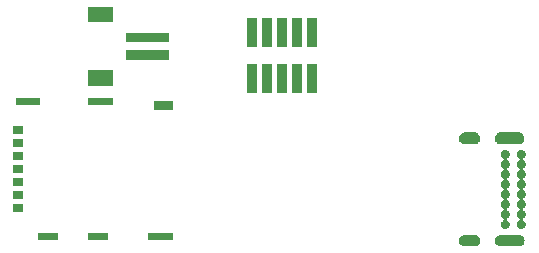
<source format=gbr>
G04 #@! TF.GenerationSoftware,KiCad,Pcbnew,(5.1.5)-3*
G04 #@! TF.CreationDate,2020-04-03T19:02:15-07:00*
G04 #@! TF.ProjectId,ShadowRunner,53686164-6f77-4527-956e-6e65722e6b69,rev?*
G04 #@! TF.SameCoordinates,Original*
G04 #@! TF.FileFunction,Soldermask,Bot*
G04 #@! TF.FilePolarity,Negative*
%FSLAX46Y46*%
G04 Gerber Fmt 4.6, Leading zero omitted, Abs format (unit mm)*
G04 Created by KiCad (PCBNEW (5.1.5)-3) date 2020-04-03 19:02:15*
%MOMM*%
%LPD*%
G04 APERTURE LIST*
%ADD10C,0.100000*%
G04 APERTURE END LIST*
D10*
G36*
X155275713Y-131356249D02*
G01*
X155370152Y-131384897D01*
X155457187Y-131431418D01*
X155533475Y-131494025D01*
X155596082Y-131570313D01*
X155642603Y-131657348D01*
X155671251Y-131751787D01*
X155680924Y-131850000D01*
X155671251Y-131948213D01*
X155642603Y-132042652D01*
X155596082Y-132129687D01*
X155533475Y-132205975D01*
X155457187Y-132268582D01*
X155370152Y-132315103D01*
X155275713Y-132343751D01*
X155202112Y-132351000D01*
X153652888Y-132351000D01*
X153579287Y-132343751D01*
X153484848Y-132315103D01*
X153397813Y-132268582D01*
X153321525Y-132205975D01*
X153258918Y-132129687D01*
X153212397Y-132042652D01*
X153183749Y-131948213D01*
X153174076Y-131850000D01*
X153183749Y-131751787D01*
X153212397Y-131657348D01*
X153258918Y-131570313D01*
X153321525Y-131494025D01*
X153397813Y-131431418D01*
X153484848Y-131384897D01*
X153579287Y-131356249D01*
X153652888Y-131349000D01*
X155202112Y-131349000D01*
X155275713Y-131356249D01*
G37*
G36*
X151520713Y-131356249D02*
G01*
X151615152Y-131384897D01*
X151702187Y-131431418D01*
X151778475Y-131494025D01*
X151841082Y-131570313D01*
X151887603Y-131657348D01*
X151916251Y-131751787D01*
X151925924Y-131850000D01*
X151916251Y-131948213D01*
X151887603Y-132042652D01*
X151841082Y-132129687D01*
X151778475Y-132205975D01*
X151702187Y-132268582D01*
X151615152Y-132315103D01*
X151520713Y-132343751D01*
X151447112Y-132351000D01*
X150597888Y-132351000D01*
X150524287Y-132343751D01*
X150429848Y-132315103D01*
X150342813Y-132268582D01*
X150266525Y-132205975D01*
X150203918Y-132129687D01*
X150157397Y-132042652D01*
X150128749Y-131948213D01*
X150119076Y-131850000D01*
X150128749Y-131751787D01*
X150157397Y-131657348D01*
X150203918Y-131570313D01*
X150266525Y-131494025D01*
X150342813Y-131431418D01*
X150429848Y-131384897D01*
X150524287Y-131356249D01*
X150597888Y-131349000D01*
X151447112Y-131349000D01*
X151520713Y-131356249D01*
G37*
G36*
X120411000Y-131791000D02*
G01*
X118709000Y-131791000D01*
X118709000Y-131189000D01*
X120411000Y-131189000D01*
X120411000Y-131791000D01*
G37*
G36*
X125911000Y-131791000D02*
G01*
X123809000Y-131791000D01*
X123809000Y-131189000D01*
X125911000Y-131189000D01*
X125911000Y-131791000D01*
G37*
G36*
X116211000Y-131791000D02*
G01*
X114509000Y-131791000D01*
X114509000Y-131189000D01*
X116211000Y-131189000D01*
X116211000Y-131791000D01*
G37*
G36*
X155512172Y-124175949D02*
G01*
X155512174Y-124175950D01*
X155512175Y-124175950D01*
X155580603Y-124204293D01*
X155642186Y-124245442D01*
X155694558Y-124297814D01*
X155735707Y-124359397D01*
X155764050Y-124427825D01*
X155778500Y-124500467D01*
X155778500Y-124574533D01*
X155764050Y-124647175D01*
X155735707Y-124715603D01*
X155694558Y-124777186D01*
X155642186Y-124829558D01*
X155598763Y-124858573D01*
X155579828Y-124874112D01*
X155564283Y-124893054D01*
X155552732Y-124914665D01*
X155545619Y-124938114D01*
X155543217Y-124962500D01*
X155545619Y-124986886D01*
X155552732Y-125010335D01*
X155564283Y-125031946D01*
X155579828Y-125050888D01*
X155598763Y-125066427D01*
X155642186Y-125095442D01*
X155694558Y-125147814D01*
X155735707Y-125209397D01*
X155764050Y-125277825D01*
X155778500Y-125350467D01*
X155778500Y-125424533D01*
X155764050Y-125497175D01*
X155735707Y-125565603D01*
X155694558Y-125627186D01*
X155642186Y-125679558D01*
X155598763Y-125708573D01*
X155579828Y-125724112D01*
X155564283Y-125743054D01*
X155552732Y-125764665D01*
X155545619Y-125788114D01*
X155543217Y-125812500D01*
X155545619Y-125836886D01*
X155552732Y-125860335D01*
X155564283Y-125881946D01*
X155579828Y-125900888D01*
X155598763Y-125916427D01*
X155642186Y-125945442D01*
X155694558Y-125997814D01*
X155735707Y-126059397D01*
X155764050Y-126127825D01*
X155778500Y-126200467D01*
X155778500Y-126274533D01*
X155764050Y-126347175D01*
X155735707Y-126415603D01*
X155694558Y-126477186D01*
X155642186Y-126529558D01*
X155598763Y-126558573D01*
X155579828Y-126574112D01*
X155564283Y-126593054D01*
X155552732Y-126614665D01*
X155545619Y-126638114D01*
X155543217Y-126662500D01*
X155545619Y-126686886D01*
X155552732Y-126710335D01*
X155564283Y-126731946D01*
X155579828Y-126750888D01*
X155598763Y-126766427D01*
X155642186Y-126795442D01*
X155694558Y-126847814D01*
X155735707Y-126909397D01*
X155764050Y-126977825D01*
X155778500Y-127050467D01*
X155778500Y-127124533D01*
X155764050Y-127197175D01*
X155735707Y-127265603D01*
X155694558Y-127327186D01*
X155642186Y-127379558D01*
X155598763Y-127408573D01*
X155579828Y-127424112D01*
X155564283Y-127443054D01*
X155552732Y-127464665D01*
X155545619Y-127488114D01*
X155543217Y-127512500D01*
X155545619Y-127536886D01*
X155552732Y-127560335D01*
X155564283Y-127581946D01*
X155579828Y-127600888D01*
X155598763Y-127616427D01*
X155642186Y-127645442D01*
X155694558Y-127697814D01*
X155735707Y-127759397D01*
X155764050Y-127827825D01*
X155778500Y-127900467D01*
X155778500Y-127974533D01*
X155764050Y-128047175D01*
X155735707Y-128115603D01*
X155694558Y-128177186D01*
X155642186Y-128229558D01*
X155598763Y-128258573D01*
X155579828Y-128274112D01*
X155564283Y-128293054D01*
X155552732Y-128314665D01*
X155545619Y-128338114D01*
X155543217Y-128362500D01*
X155545619Y-128386886D01*
X155552732Y-128410335D01*
X155564283Y-128431946D01*
X155579828Y-128450888D01*
X155598763Y-128466427D01*
X155642186Y-128495442D01*
X155694558Y-128547814D01*
X155735707Y-128609397D01*
X155764050Y-128677825D01*
X155778500Y-128750467D01*
X155778500Y-128824533D01*
X155764050Y-128897175D01*
X155735707Y-128965603D01*
X155694558Y-129027186D01*
X155642186Y-129079558D01*
X155598763Y-129108573D01*
X155579828Y-129124112D01*
X155564283Y-129143054D01*
X155552732Y-129164665D01*
X155545619Y-129188114D01*
X155543217Y-129212500D01*
X155545619Y-129236886D01*
X155552732Y-129260335D01*
X155564283Y-129281946D01*
X155579828Y-129300888D01*
X155598763Y-129316427D01*
X155642186Y-129345442D01*
X155694558Y-129397814D01*
X155735707Y-129459397D01*
X155764050Y-129527825D01*
X155778500Y-129600467D01*
X155778500Y-129674533D01*
X155764050Y-129747175D01*
X155735707Y-129815603D01*
X155694558Y-129877186D01*
X155642186Y-129929558D01*
X155598763Y-129958573D01*
X155579828Y-129974112D01*
X155564283Y-129993054D01*
X155552732Y-130014665D01*
X155545619Y-130038114D01*
X155543217Y-130062500D01*
X155545619Y-130086886D01*
X155552732Y-130110335D01*
X155564283Y-130131946D01*
X155579828Y-130150888D01*
X155598763Y-130166427D01*
X155642186Y-130195442D01*
X155694558Y-130247814D01*
X155735707Y-130309397D01*
X155764050Y-130377825D01*
X155778500Y-130450467D01*
X155778500Y-130524533D01*
X155764050Y-130597175D01*
X155735707Y-130665603D01*
X155694558Y-130727186D01*
X155642186Y-130779558D01*
X155580603Y-130820707D01*
X155512175Y-130849050D01*
X155512174Y-130849050D01*
X155512172Y-130849051D01*
X155439534Y-130863500D01*
X155365466Y-130863500D01*
X155292828Y-130849051D01*
X155292826Y-130849050D01*
X155292825Y-130849050D01*
X155224397Y-130820707D01*
X155162814Y-130779558D01*
X155110442Y-130727186D01*
X155069293Y-130665603D01*
X155040950Y-130597175D01*
X155026500Y-130524533D01*
X155026500Y-130450467D01*
X155040950Y-130377825D01*
X155069293Y-130309397D01*
X155110442Y-130247814D01*
X155162814Y-130195442D01*
X155206237Y-130166427D01*
X155225172Y-130150888D01*
X155240717Y-130131946D01*
X155252268Y-130110335D01*
X155259381Y-130086886D01*
X155261783Y-130062500D01*
X155259381Y-130038114D01*
X155252268Y-130014665D01*
X155240717Y-129993054D01*
X155225172Y-129974112D01*
X155206237Y-129958573D01*
X155162814Y-129929558D01*
X155110442Y-129877186D01*
X155069293Y-129815603D01*
X155040950Y-129747175D01*
X155026500Y-129674533D01*
X155026500Y-129600467D01*
X155040950Y-129527825D01*
X155069293Y-129459397D01*
X155110442Y-129397814D01*
X155162814Y-129345442D01*
X155206237Y-129316427D01*
X155225172Y-129300888D01*
X155240717Y-129281946D01*
X155252268Y-129260335D01*
X155259381Y-129236886D01*
X155261783Y-129212500D01*
X155259381Y-129188114D01*
X155252268Y-129164665D01*
X155240717Y-129143054D01*
X155225172Y-129124112D01*
X155206237Y-129108573D01*
X155162814Y-129079558D01*
X155110442Y-129027186D01*
X155069293Y-128965603D01*
X155040950Y-128897175D01*
X155026500Y-128824533D01*
X155026500Y-128750467D01*
X155040950Y-128677825D01*
X155069293Y-128609397D01*
X155110442Y-128547814D01*
X155162814Y-128495442D01*
X155206237Y-128466427D01*
X155225172Y-128450888D01*
X155240717Y-128431946D01*
X155252268Y-128410335D01*
X155259381Y-128386886D01*
X155261783Y-128362500D01*
X155259381Y-128338114D01*
X155252268Y-128314665D01*
X155240717Y-128293054D01*
X155225172Y-128274112D01*
X155206237Y-128258573D01*
X155162814Y-128229558D01*
X155110442Y-128177186D01*
X155069293Y-128115603D01*
X155040950Y-128047175D01*
X155026500Y-127974533D01*
X155026500Y-127900467D01*
X155040950Y-127827825D01*
X155069293Y-127759397D01*
X155110442Y-127697814D01*
X155162814Y-127645442D01*
X155206237Y-127616427D01*
X155225172Y-127600888D01*
X155240717Y-127581946D01*
X155252268Y-127560335D01*
X155259381Y-127536886D01*
X155261783Y-127512500D01*
X155259381Y-127488114D01*
X155252268Y-127464665D01*
X155240717Y-127443054D01*
X155225172Y-127424112D01*
X155206237Y-127408573D01*
X155162814Y-127379558D01*
X155110442Y-127327186D01*
X155069293Y-127265603D01*
X155040950Y-127197175D01*
X155026500Y-127124533D01*
X155026500Y-127050467D01*
X155040950Y-126977825D01*
X155069293Y-126909397D01*
X155110442Y-126847814D01*
X155162814Y-126795442D01*
X155206237Y-126766427D01*
X155225172Y-126750888D01*
X155240717Y-126731946D01*
X155252268Y-126710335D01*
X155259381Y-126686886D01*
X155261783Y-126662500D01*
X155259381Y-126638114D01*
X155252268Y-126614665D01*
X155240717Y-126593054D01*
X155225172Y-126574112D01*
X155206237Y-126558573D01*
X155162814Y-126529558D01*
X155110442Y-126477186D01*
X155069293Y-126415603D01*
X155040950Y-126347175D01*
X155026500Y-126274533D01*
X155026500Y-126200467D01*
X155040950Y-126127825D01*
X155069293Y-126059397D01*
X155110442Y-125997814D01*
X155162814Y-125945442D01*
X155206237Y-125916427D01*
X155225172Y-125900888D01*
X155240717Y-125881946D01*
X155252268Y-125860335D01*
X155259381Y-125836886D01*
X155261783Y-125812500D01*
X155259381Y-125788114D01*
X155252268Y-125764665D01*
X155240717Y-125743054D01*
X155225172Y-125724112D01*
X155206237Y-125708573D01*
X155162814Y-125679558D01*
X155110442Y-125627186D01*
X155069293Y-125565603D01*
X155040950Y-125497175D01*
X155026500Y-125424533D01*
X155026500Y-125350467D01*
X155040950Y-125277825D01*
X155069293Y-125209397D01*
X155110442Y-125147814D01*
X155162814Y-125095442D01*
X155206237Y-125066427D01*
X155225172Y-125050888D01*
X155240717Y-125031946D01*
X155252268Y-125010335D01*
X155259381Y-124986886D01*
X155261783Y-124962500D01*
X155259381Y-124938114D01*
X155252268Y-124914665D01*
X155240717Y-124893054D01*
X155225172Y-124874112D01*
X155206237Y-124858573D01*
X155162814Y-124829558D01*
X155110442Y-124777186D01*
X155069293Y-124715603D01*
X155040950Y-124647175D01*
X155026500Y-124574533D01*
X155026500Y-124500467D01*
X155040950Y-124427825D01*
X155069293Y-124359397D01*
X155110442Y-124297814D01*
X155162814Y-124245442D01*
X155224397Y-124204293D01*
X155292825Y-124175950D01*
X155292826Y-124175950D01*
X155292828Y-124175949D01*
X155365466Y-124161500D01*
X155439534Y-124161500D01*
X155512172Y-124175949D01*
G37*
G36*
X154162172Y-124175949D02*
G01*
X154162174Y-124175950D01*
X154162175Y-124175950D01*
X154230603Y-124204293D01*
X154292186Y-124245442D01*
X154344558Y-124297814D01*
X154385707Y-124359397D01*
X154414050Y-124427825D01*
X154428500Y-124500467D01*
X154428500Y-124574533D01*
X154414050Y-124647175D01*
X154385707Y-124715603D01*
X154344558Y-124777186D01*
X154292186Y-124829558D01*
X154248763Y-124858573D01*
X154229828Y-124874112D01*
X154214283Y-124893054D01*
X154202732Y-124914665D01*
X154195619Y-124938114D01*
X154193217Y-124962500D01*
X154195619Y-124986886D01*
X154202732Y-125010335D01*
X154214283Y-125031946D01*
X154229828Y-125050888D01*
X154248763Y-125066427D01*
X154292186Y-125095442D01*
X154344558Y-125147814D01*
X154385707Y-125209397D01*
X154414050Y-125277825D01*
X154428500Y-125350467D01*
X154428500Y-125424533D01*
X154414050Y-125497175D01*
X154385707Y-125565603D01*
X154344558Y-125627186D01*
X154292186Y-125679558D01*
X154248763Y-125708573D01*
X154229828Y-125724112D01*
X154214283Y-125743054D01*
X154202732Y-125764665D01*
X154195619Y-125788114D01*
X154193217Y-125812500D01*
X154195619Y-125836886D01*
X154202732Y-125860335D01*
X154214283Y-125881946D01*
X154229828Y-125900888D01*
X154248763Y-125916427D01*
X154292186Y-125945442D01*
X154344558Y-125997814D01*
X154385707Y-126059397D01*
X154414050Y-126127825D01*
X154428500Y-126200467D01*
X154428500Y-126274533D01*
X154414050Y-126347175D01*
X154385707Y-126415603D01*
X154344558Y-126477186D01*
X154292186Y-126529558D01*
X154248763Y-126558573D01*
X154229828Y-126574112D01*
X154214283Y-126593054D01*
X154202732Y-126614665D01*
X154195619Y-126638114D01*
X154193217Y-126662500D01*
X154195619Y-126686886D01*
X154202732Y-126710335D01*
X154214283Y-126731946D01*
X154229828Y-126750888D01*
X154248763Y-126766427D01*
X154292186Y-126795442D01*
X154344558Y-126847814D01*
X154385707Y-126909397D01*
X154414050Y-126977825D01*
X154428500Y-127050467D01*
X154428500Y-127124533D01*
X154414050Y-127197175D01*
X154385707Y-127265603D01*
X154344558Y-127327186D01*
X154292186Y-127379558D01*
X154248763Y-127408573D01*
X154229828Y-127424112D01*
X154214283Y-127443054D01*
X154202732Y-127464665D01*
X154195619Y-127488114D01*
X154193217Y-127512500D01*
X154195619Y-127536886D01*
X154202732Y-127560335D01*
X154214283Y-127581946D01*
X154229828Y-127600888D01*
X154248763Y-127616427D01*
X154292186Y-127645442D01*
X154344558Y-127697814D01*
X154385707Y-127759397D01*
X154414050Y-127827825D01*
X154428500Y-127900467D01*
X154428500Y-127974533D01*
X154414050Y-128047175D01*
X154385707Y-128115603D01*
X154344558Y-128177186D01*
X154292186Y-128229558D01*
X154248763Y-128258573D01*
X154229828Y-128274112D01*
X154214283Y-128293054D01*
X154202732Y-128314665D01*
X154195619Y-128338114D01*
X154193217Y-128362500D01*
X154195619Y-128386886D01*
X154202732Y-128410335D01*
X154214283Y-128431946D01*
X154229828Y-128450888D01*
X154248763Y-128466427D01*
X154292186Y-128495442D01*
X154344558Y-128547814D01*
X154385707Y-128609397D01*
X154414050Y-128677825D01*
X154428500Y-128750467D01*
X154428500Y-128824533D01*
X154414050Y-128897175D01*
X154385707Y-128965603D01*
X154344558Y-129027186D01*
X154292186Y-129079558D01*
X154248763Y-129108573D01*
X154229828Y-129124112D01*
X154214283Y-129143054D01*
X154202732Y-129164665D01*
X154195619Y-129188114D01*
X154193217Y-129212500D01*
X154195619Y-129236886D01*
X154202732Y-129260335D01*
X154214283Y-129281946D01*
X154229828Y-129300888D01*
X154248763Y-129316427D01*
X154292186Y-129345442D01*
X154344558Y-129397814D01*
X154385707Y-129459397D01*
X154414050Y-129527825D01*
X154428500Y-129600467D01*
X154428500Y-129674533D01*
X154414050Y-129747175D01*
X154385707Y-129815603D01*
X154344558Y-129877186D01*
X154292186Y-129929558D01*
X154248763Y-129958573D01*
X154229828Y-129974112D01*
X154214283Y-129993054D01*
X154202732Y-130014665D01*
X154195619Y-130038114D01*
X154193217Y-130062500D01*
X154195619Y-130086886D01*
X154202732Y-130110335D01*
X154214283Y-130131946D01*
X154229828Y-130150888D01*
X154248763Y-130166427D01*
X154292186Y-130195442D01*
X154344558Y-130247814D01*
X154385707Y-130309397D01*
X154414050Y-130377825D01*
X154428500Y-130450467D01*
X154428500Y-130524533D01*
X154414050Y-130597175D01*
X154385707Y-130665603D01*
X154344558Y-130727186D01*
X154292186Y-130779558D01*
X154230603Y-130820707D01*
X154162175Y-130849050D01*
X154162174Y-130849050D01*
X154162172Y-130849051D01*
X154089534Y-130863500D01*
X154015466Y-130863500D01*
X153942828Y-130849051D01*
X153942826Y-130849050D01*
X153942825Y-130849050D01*
X153874397Y-130820707D01*
X153812814Y-130779558D01*
X153760442Y-130727186D01*
X153719293Y-130665603D01*
X153690950Y-130597175D01*
X153676500Y-130524533D01*
X153676500Y-130450467D01*
X153690950Y-130377825D01*
X153719293Y-130309397D01*
X153760442Y-130247814D01*
X153812814Y-130195442D01*
X153856237Y-130166427D01*
X153875172Y-130150888D01*
X153890717Y-130131946D01*
X153902268Y-130110335D01*
X153909381Y-130086886D01*
X153911783Y-130062500D01*
X153909381Y-130038114D01*
X153902268Y-130014665D01*
X153890717Y-129993054D01*
X153875172Y-129974112D01*
X153856237Y-129958573D01*
X153812814Y-129929558D01*
X153760442Y-129877186D01*
X153719293Y-129815603D01*
X153690950Y-129747175D01*
X153676500Y-129674533D01*
X153676500Y-129600467D01*
X153690950Y-129527825D01*
X153719293Y-129459397D01*
X153760442Y-129397814D01*
X153812814Y-129345442D01*
X153856237Y-129316427D01*
X153875172Y-129300888D01*
X153890717Y-129281946D01*
X153902268Y-129260335D01*
X153909381Y-129236886D01*
X153911783Y-129212500D01*
X153909381Y-129188114D01*
X153902268Y-129164665D01*
X153890717Y-129143054D01*
X153875172Y-129124112D01*
X153856237Y-129108573D01*
X153812814Y-129079558D01*
X153760442Y-129027186D01*
X153719293Y-128965603D01*
X153690950Y-128897175D01*
X153676500Y-128824533D01*
X153676500Y-128750467D01*
X153690950Y-128677825D01*
X153719293Y-128609397D01*
X153760442Y-128547814D01*
X153812814Y-128495442D01*
X153856237Y-128466427D01*
X153875172Y-128450888D01*
X153890717Y-128431946D01*
X153902268Y-128410335D01*
X153909381Y-128386886D01*
X153911783Y-128362500D01*
X153909381Y-128338114D01*
X153902268Y-128314665D01*
X153890717Y-128293054D01*
X153875172Y-128274112D01*
X153856237Y-128258573D01*
X153812814Y-128229558D01*
X153760442Y-128177186D01*
X153719293Y-128115603D01*
X153690950Y-128047175D01*
X153676500Y-127974533D01*
X153676500Y-127900467D01*
X153690950Y-127827825D01*
X153719293Y-127759397D01*
X153760442Y-127697814D01*
X153812814Y-127645442D01*
X153856237Y-127616427D01*
X153875172Y-127600888D01*
X153890717Y-127581946D01*
X153902268Y-127560335D01*
X153909381Y-127536886D01*
X153911783Y-127512500D01*
X153909381Y-127488114D01*
X153902268Y-127464665D01*
X153890717Y-127443054D01*
X153875172Y-127424112D01*
X153856237Y-127408573D01*
X153812814Y-127379558D01*
X153760442Y-127327186D01*
X153719293Y-127265603D01*
X153690950Y-127197175D01*
X153676500Y-127124533D01*
X153676500Y-127050467D01*
X153690950Y-126977825D01*
X153719293Y-126909397D01*
X153760442Y-126847814D01*
X153812814Y-126795442D01*
X153856237Y-126766427D01*
X153875172Y-126750888D01*
X153890717Y-126731946D01*
X153902268Y-126710335D01*
X153909381Y-126686886D01*
X153911783Y-126662500D01*
X153909381Y-126638114D01*
X153902268Y-126614665D01*
X153890717Y-126593054D01*
X153875172Y-126574112D01*
X153856237Y-126558573D01*
X153812814Y-126529558D01*
X153760442Y-126477186D01*
X153719293Y-126415603D01*
X153690950Y-126347175D01*
X153676500Y-126274533D01*
X153676500Y-126200467D01*
X153690950Y-126127825D01*
X153719293Y-126059397D01*
X153760442Y-125997814D01*
X153812814Y-125945442D01*
X153856237Y-125916427D01*
X153875172Y-125900888D01*
X153890717Y-125881946D01*
X153902268Y-125860335D01*
X153909381Y-125836886D01*
X153911783Y-125812500D01*
X153909381Y-125788114D01*
X153902268Y-125764665D01*
X153890717Y-125743054D01*
X153875172Y-125724112D01*
X153856237Y-125708573D01*
X153812814Y-125679558D01*
X153760442Y-125627186D01*
X153719293Y-125565603D01*
X153690950Y-125497175D01*
X153676500Y-125424533D01*
X153676500Y-125350467D01*
X153690950Y-125277825D01*
X153719293Y-125209397D01*
X153760442Y-125147814D01*
X153812814Y-125095442D01*
X153856237Y-125066427D01*
X153875172Y-125050888D01*
X153890717Y-125031946D01*
X153902268Y-125010335D01*
X153909381Y-124986886D01*
X153911783Y-124962500D01*
X153909381Y-124938114D01*
X153902268Y-124914665D01*
X153890717Y-124893054D01*
X153875172Y-124874112D01*
X153856237Y-124858573D01*
X153812814Y-124829558D01*
X153760442Y-124777186D01*
X153719293Y-124715603D01*
X153690950Y-124647175D01*
X153676500Y-124574533D01*
X153676500Y-124500467D01*
X153690950Y-124427825D01*
X153719293Y-124359397D01*
X153760442Y-124297814D01*
X153812814Y-124245442D01*
X153874397Y-124204293D01*
X153942825Y-124175950D01*
X153942826Y-124175950D01*
X153942828Y-124175949D01*
X154015466Y-124161500D01*
X154089534Y-124161500D01*
X154162172Y-124175949D01*
G37*
G36*
X113256000Y-129451000D02*
G01*
X112404000Y-129451000D01*
X112404000Y-128749000D01*
X113256000Y-128749000D01*
X113256000Y-129451000D01*
G37*
G36*
X113256000Y-128351000D02*
G01*
X112404000Y-128351000D01*
X112404000Y-127649000D01*
X113256000Y-127649000D01*
X113256000Y-128351000D01*
G37*
G36*
X113256000Y-127251000D02*
G01*
X112404000Y-127251000D01*
X112404000Y-126549000D01*
X113256000Y-126549000D01*
X113256000Y-127251000D01*
G37*
G36*
X113256000Y-126151000D02*
G01*
X112404000Y-126151000D01*
X112404000Y-125449000D01*
X113256000Y-125449000D01*
X113256000Y-126151000D01*
G37*
G36*
X113256000Y-125051000D02*
G01*
X112404000Y-125051000D01*
X112404000Y-124349000D01*
X113256000Y-124349000D01*
X113256000Y-125051000D01*
G37*
G36*
X113256000Y-123951000D02*
G01*
X112404000Y-123951000D01*
X112404000Y-123249000D01*
X113256000Y-123249000D01*
X113256000Y-123951000D01*
G37*
G36*
X151520713Y-122703749D02*
G01*
X151615152Y-122732397D01*
X151702187Y-122778918D01*
X151778475Y-122841525D01*
X151841082Y-122917813D01*
X151887603Y-123004848D01*
X151916251Y-123099287D01*
X151925924Y-123197500D01*
X151916251Y-123295713D01*
X151887603Y-123390152D01*
X151841082Y-123477187D01*
X151778475Y-123553475D01*
X151702187Y-123616082D01*
X151615152Y-123662603D01*
X151520713Y-123691251D01*
X151447112Y-123698500D01*
X150597888Y-123698500D01*
X150524287Y-123691251D01*
X150429848Y-123662603D01*
X150342813Y-123616082D01*
X150266525Y-123553475D01*
X150203918Y-123477187D01*
X150157397Y-123390152D01*
X150128749Y-123295713D01*
X150119076Y-123197500D01*
X150128749Y-123099287D01*
X150157397Y-123004848D01*
X150203918Y-122917813D01*
X150266525Y-122841525D01*
X150342813Y-122778918D01*
X150429848Y-122732397D01*
X150524287Y-122703749D01*
X150597888Y-122696500D01*
X151447112Y-122696500D01*
X151520713Y-122703749D01*
G37*
G36*
X155260713Y-122701249D02*
G01*
X155355152Y-122729897D01*
X155442187Y-122776418D01*
X155518475Y-122839025D01*
X155581082Y-122915313D01*
X155627603Y-123002348D01*
X155656251Y-123096787D01*
X155665924Y-123195000D01*
X155656251Y-123293213D01*
X155627603Y-123387652D01*
X155581082Y-123474687D01*
X155518475Y-123550975D01*
X155442187Y-123613582D01*
X155355152Y-123660103D01*
X155260713Y-123688751D01*
X155187112Y-123696000D01*
X153637888Y-123696000D01*
X153564287Y-123688751D01*
X153469848Y-123660103D01*
X153382813Y-123613582D01*
X153306525Y-123550975D01*
X153243918Y-123474687D01*
X153197397Y-123387652D01*
X153168749Y-123293213D01*
X153159076Y-123195000D01*
X153168749Y-123096787D01*
X153197397Y-123002348D01*
X153243918Y-122915313D01*
X153306525Y-122839025D01*
X153382813Y-122776418D01*
X153469848Y-122729897D01*
X153564287Y-122701249D01*
X153637888Y-122694000D01*
X155187112Y-122694000D01*
X155260713Y-122701249D01*
G37*
G36*
X113256000Y-122851000D02*
G01*
X112404000Y-122851000D01*
X112404000Y-122149000D01*
X113256000Y-122149000D01*
X113256000Y-122851000D01*
G37*
G36*
X125908500Y-120821000D02*
G01*
X124306500Y-120821000D01*
X124306500Y-120019000D01*
X125908500Y-120019000D01*
X125908500Y-120821000D01*
G37*
G36*
X120803500Y-120393500D02*
G01*
X118701500Y-120393500D01*
X118701500Y-119791500D01*
X120803500Y-119791500D01*
X120803500Y-120393500D01*
G37*
G36*
X114658500Y-120388500D02*
G01*
X112606500Y-120388500D01*
X112606500Y-119786500D01*
X114658500Y-119786500D01*
X114658500Y-120388500D01*
G37*
G36*
X136841000Y-119376000D02*
G01*
X135999000Y-119376000D01*
X135999000Y-116874000D01*
X136841000Y-116874000D01*
X136841000Y-119376000D01*
G37*
G36*
X135571000Y-119376000D02*
G01*
X134729000Y-119376000D01*
X134729000Y-116874000D01*
X135571000Y-116874000D01*
X135571000Y-119376000D01*
G37*
G36*
X138111000Y-119376000D02*
G01*
X137269000Y-119376000D01*
X137269000Y-116874000D01*
X138111000Y-116874000D01*
X138111000Y-119376000D01*
G37*
G36*
X134301000Y-119376000D02*
G01*
X133459000Y-119376000D01*
X133459000Y-116874000D01*
X134301000Y-116874000D01*
X134301000Y-119376000D01*
G37*
G36*
X133031000Y-119376000D02*
G01*
X132189000Y-119376000D01*
X132189000Y-116874000D01*
X133031000Y-116874000D01*
X133031000Y-119376000D01*
G37*
G36*
X120826900Y-118747900D02*
G01*
X118718300Y-118747900D01*
X118718300Y-117452100D01*
X120826900Y-117452100D01*
X120826900Y-118747900D01*
G37*
G36*
X125576199Y-116555900D02*
G01*
X121968999Y-116555900D01*
X121968999Y-115742700D01*
X125576199Y-115742700D01*
X125576199Y-116555900D01*
G37*
G36*
X135571000Y-115476000D02*
G01*
X134729000Y-115476000D01*
X134729000Y-112974000D01*
X135571000Y-112974000D01*
X135571000Y-115476000D01*
G37*
G36*
X138111000Y-115476000D02*
G01*
X137269000Y-115476000D01*
X137269000Y-112974000D01*
X138111000Y-112974000D01*
X138111000Y-115476000D01*
G37*
G36*
X136841000Y-115476000D02*
G01*
X135999000Y-115476000D01*
X135999000Y-112974000D01*
X136841000Y-112974000D01*
X136841000Y-115476000D01*
G37*
G36*
X134301000Y-115476000D02*
G01*
X133459000Y-115476000D01*
X133459000Y-112974000D01*
X134301000Y-112974000D01*
X134301000Y-115476000D01*
G37*
G36*
X133031000Y-115476000D02*
G01*
X132189000Y-115476000D01*
X132189000Y-112974000D01*
X133031000Y-112974000D01*
X133031000Y-115476000D01*
G37*
G36*
X125576199Y-115057300D02*
G01*
X121968999Y-115057300D01*
X121968999Y-114244100D01*
X125576199Y-114244100D01*
X125576199Y-115057300D01*
G37*
G36*
X120826900Y-113347900D02*
G01*
X118718300Y-113347900D01*
X118718300Y-112052100D01*
X120826900Y-112052100D01*
X120826900Y-113347900D01*
G37*
M02*

</source>
